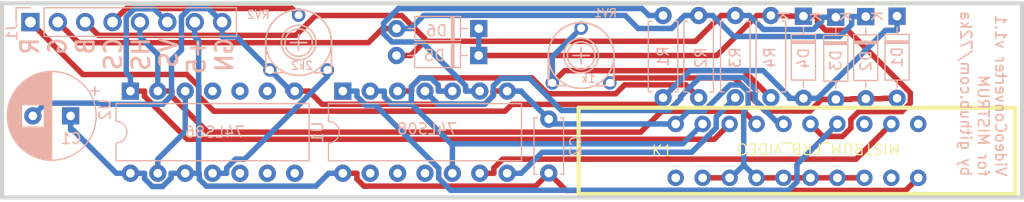
<source format=kicad_pcb>
(kicad_pcb (version 20211014) (generator pcbnew)
  (title_block (title "Mistrum Home Computer Modulator") (date "11 mar 2012") (rev "1.0") (company "Cassonic s.r.o."))
  (layers (0 "F.Cu" signal "Front") (31 "B.Cu" signal "Back") (34 "B.Paste" user) (35 "F.Paste" user) (36 "B.SilkS" user "B.Silkscreen") (37 "F.SilkS" user "F.Silkscreen") (38 "B.Mask" user) (39 "F.Mask" user) (44 "Edge.Cuts" user))
  (net 0 "")
  (net 1 "+12V")
  (net 2 "+5V")
  (net 3 "GND")
  (net 7 "Net-(D1-Pad2)")
  (net 8 "Net-(R1-Pad2)")
  (net 9 "Net-(R2-Pad1)")
  (net 10 "Net-(R3-Pad1)")
  (net 11 "Net-(R4-Pad1)")
  (net 12 "Net-(RV2-Pad1)")
  (net 13 "Net-(U2-Pad13)")
  (net 14 "R")
  (net 15 "G")
  (net 16 "B")
  (net 17 "CSYNC")
  (net 18 "HSYNC")
  (net 19 "VSYNC")
  (net 20 "Net-(K1-Pad4)")
  (net 21 "Net-(K1-Pad8)")
  (net 22 "Net-(K1-Pad12)")
  (net 23 "Net-(D4-Pad1)")
  (net 24 "Net-(K1-Pad18)")
  (footprint "Mistrum:TY5112011" (layer "F.Cu") (at 151.6188 85.6437)
    (fp_text reference "K1" (at -12.5 -4.5 unlocked) (layer "F.SilkS") (effects (font (thickness 0.12))))
    (fp_text value "MISTRUM_FRB_VIDEO" (at 2 -4.68974 180 unlocked) (layer "F.SilkS") (effects (font (thickness 0.12))))
    (pad "1" thru_hole circle (at 11.24966 -1.99898) (size 1.524 1.524) (drill 0.8128) (layers *.Cu *.Mask) (net 2 "+5V"))
    (pad "2" thru_hole circle (at 11.24966 -6.9977) (size 1.524 1.524) (drill 0.8128) (layers *.Cu *.Mask))
    (pad "3" thru_hole circle (at 8.7503 -1.99898) (size 1.524 1.524) (drill 0.8128) (layers *.Cu *.Mask))
    (pad "4" thru_hole circle (at 8.7503 -6.9977) (size 1.524 1.524) (drill 0.8128) (layers *.Cu *.Mask) (net 20 "Net-(K1-Pad4)"))
    (pad "5" thru_hole circle (at 6.25094 -1.99898) (size 1.524 1.524) (drill 0.8128) (layers *.Cu *.Mask) (net 3 "GND"))
    (pad "6" thru_hole circle (at 6.25094 -6.9977) (size 1.524 1.524) (drill 0.8128) (layers *.Cu *.Mask))
    (pad "7" thru_hole circle (at 3.74904 -1.99898) (size 1.524 1.524) (drill 0.8128) (layers *.Cu *.Mask) (net 3 "GND"))
    (pad "8" thru_hole circle (at 3.74904 -6.9977) (size 1.524 1.524) (drill 0.8128) (layers *.Cu *.Mask) (net 21 "Net-(K1-Pad8)"))
    (pad "9" thru_hole circle (at 1.24968 -1.99898) (size 1.524 1.524) (drill 0.8128) (layers *.Cu *.Mask) (net 3 "GND"))
    (pad "10" thru_hole circle (at 1.24968 -6.9977) (size 1.524 1.524) (drill 0.8128) (layers *.Cu *.Mask) (net 23 "Net-(D4-Pad1)"))
    (pad "11" thru_hole circle (at -1.24968 -1.99898) (size 1.524 1.524) (drill 0.8128) (layers *.Cu *.Mask) (net 3 "GND"))
    (pad "12" thru_hole circle (at -1.24968 -6.9977) (size 1.524 1.524) (drill 0.8128) (layers *.Cu *.Mask) (net 22 "Net-(K1-Pad12)"))
    (pad "13" thru_hole circle (at -3.74904 -1.99898) (size 1.524 1.524) (drill 0.8128) (layers *.Cu *.Mask) (net 3 "GND"))
    (pad "14" thru_hole circle (at -3.74904 -6.9977) (size 1.524 1.524) (drill 0.8128) (layers *.Cu *.Mask) (net 18 "HSYNC"))
    (pad "15" thru_hole circle (at -6.2484 -1.99898) (size 1.524 1.524) (drill 0.8128) (layers *.Cu *.Mask) (net 3 "GND"))
    (pad "16" thru_hole circle (at -6.2484 -6.9977) (size 1.524 1.524) (drill 0.8128) (layers *.Cu *.Mask) (net 19 "VSYNC"))
    (pad "17" thru_hole circle (at -8.7503 -1.99898) (size 1.524 1.524) (drill 0.8128) (layers *.Cu *.Mask) (net 3 "GND"))
    (pad "18" thru_hole circle (at -8.7503 -6.9977) (size 1.524 1.524) (drill 0.8128) (layers *.Cu *.Mask) (net 24 "Net-(K1-Pad18)"))
    (pad "19" thru_hole circle (at -11.24966 -1.99898) (size 1.524 1.524) (drill 0.8128) (layers *.Cu *.Mask) (net 1 "+12V"))
    (pad "20" thru_hole circle (at -11.24966 -6.9977) (size 1.524 1.524) (drill 0.8128) (layers *.Cu *.Mask) (net 3 "GND"))
  )
  (footprint "Diode_THT:D_DO-35_SOD27_P7.62mm_Horizontal" (layer "B.Cu") (at 160.8988 68.6489 -90)
    (fp_text reference "D1" (at 3.81 0 90) (layer "B.SilkS") (effects (justify mirror)))
    (fp_text value "KA206")
    (fp_text user "K" (at 0 1.8 90) (layer "B.SilkS") (effects (justify mirror)))
    (pad "1" thru_hole rect (at 0 0 270) (size 1.6 1.6) (drill 0.8) (layers *.Cu *.Mask) (net 14 "R"))
    (pad "2" thru_hole oval (at 7.62 0 270) (size 1.6 1.6) (drill 0.8) (layers *.Cu *.Mask) (net 7 "Net-(D1-Pad2)"))
  )
  (footprint "Resistor_THT:R_Axial_DIN0207_L6.3mm_D2.5mm_P7.62mm_Horizontal" (layer "B.Cu") (at 149.1988 76.2089 90)
    (fp_text reference "R4" (at 3.71 -0.1 90) (layer "B.SilkS") (effects (justify mirror)))
    (fp_text value "470")
    (pad "1" thru_hole circle (at 0 0 90) (size 1.6 1.6) (drill 0.8) (layers *.Cu *.Mask) (net 11 "Net-(R4-Pad1)"))
    (pad "2" thru_hole oval (at 7.62 0 90) (size 1.6 1.6) (drill 0.8) (layers *.Cu *.Mask) (net 23 "Net-(D4-Pad1)"))
  )
  (footprint "Resistor_THT:R_Axial_DIN0207_L6.3mm_D2.5mm_P7.62mm_Horizontal" (layer "B.Cu") (at 139.1988 76.2089 90)
    (fp_text reference "R1" (at 3.81 0 90) (layer "B.SilkS") (effects (justify mirror)))
    (fp_text value "1k")
    (pad "1" thru_hole circle (at 0 0 90) (size 1.6 1.6) (drill 0.8) (layers *.Cu *.Mask) (net 14 "R"))
    (pad "2" thru_hole oval (at 7.62 0 90) (size 1.6 1.6) (drill 0.8) (layers *.Cu *.Mask) (net 8 "Net-(R1-Pad2)"))
  )
  (footprint "Diode_THT:D_DO-35_SOD27_P7.62mm_Horizontal" (layer "B.Cu") (at 152.2188 68.6489 -90)
    (fp_text reference "D4" (at 3.91 0 90) (layer "B.SilkS") (effects (justify mirror)))
    (fp_text value "KA206")
    (fp_text user "K" (at 0 1.8 90) (layer "B.SilkS") (effects (justify mirror)))
    (pad "1" thru_hole rect (at 0 0 270) (size 1.6 1.6) (drill 0.8) (layers *.Cu *.Mask) (net 23 "Net-(D4-Pad1)"))
    (pad "2" thru_hole oval (at 7.62 0 270) (size 1.6 1.6) (drill 0.8) (layers *.Cu *.Mask) (net 14 "R"))
  )
  (footprint "4ms_Potentiometer:Pot_Trim_Round_6mm" (layer "B.Cu") (at 131.5988 72.2989 180)
    (fp_text reference "RV1" (at -3.4 3.5) (layer "B.SilkS") (effects (font (size 0.75 0.75) (thickness 0.125)) (justify left bottom mirror)))
    (fp_text value "1k" (at -1.42 -2.58) (layer "B.SilkS") (effects (font (size 0.75 0.75) (thickness 0.125)) (justify left bottom mirror)))
    (pad "1" thru_hole circle locked (at -2.667 -2.54 180) (size 1.25 1.25) (drill 0.75) (layers *.Cu *.Mask) (net 7 "Net-(D1-Pad2)"))
    (pad "2" thru_hole circle locked (at 0 2.54 180) (size 1.25 1.25) (drill 0.75) (layers *.Cu *.Mask) (net 11 "Net-(R4-Pad1)"))
    (pad "3" thru_hole circle locked (at 2.667 -2.54 180) (size 1.25 1.25) (drill 0.75) (layers *.Cu *.Mask) (net 11 "Net-(R4-Pad1)"))
  )
  (footprint "4ms_Potentiometer:Pot_Trim_Round_6mm" (layer "B.Cu") (at 105.3988 71.0989 180)
    (fp_text reference "RV2" (at 2.6 2.155261) (layer "B.SilkS") (effects (font (size 0.75 0.75) (thickness 0.125)) (justify left bottom mirror)))
    (fp_text value "2k2" (at -1.42 -2.58) (layer "B.SilkS") (effects (font (size 0.75 0.75) (thickness 0.125)) (justify left bottom mirror)))
    (pad "1" thru_hole circle locked (at -2.667 -2.54 180) (size 1.25 1.25) (drill 0.75) (layers *.Cu *.Mask) (net 12 "Net-(RV2-Pad1)"))
    (pad "2" thru_hole circle locked (at 0 2.54 180) (size 1.25 1.25) (drill 0.75) (layers *.Cu *.Mask) (net 17 "CSYNC"))
    (pad "3" thru_hole circle locked (at 2.667 -2.54 180) (size 1.25 1.25) (drill 0.75) (layers *.Cu *.Mask) (net 3 "GND"))
  )
  (footprint "Resistor_THT:R_Axial_DIN0207_L6.3mm_D2.5mm_P7.62mm_Horizontal" (layer "B.Cu") (at 145.8988 76.2089 90)
    (fp_text reference "R3" (at 3.71 0 90) (layer "B.SilkS") (effects (justify mirror)))
    (fp_text value "1k")
    (pad "1" thru_hole circle (at 0 0 90) (size 1.6 1.6) (drill 0.8) (layers *.Cu *.Mask) (net 10 "Net-(R3-Pad1)"))
    (pad "2" thru_hole oval (at 7.62 0 90) (size 1.6 1.6) (drill 0.8) (layers *.Cu *.Mask) (net 16 "B"))
  )
  (footprint "Package_DIP:DIP-14_W7.62mm" (layer "B.Cu") (at 109.4988 75.5989 -90)
    (fp_text reference "U1" (at 3.81 2.33 90) (layer "B.SilkS") (effects (justify mirror)))
    (fp_text value "74LS08" (at 3.5 -7.825 180) (layer "B.SilkS") (effects (justify mirror)))
    (pad "1" thru_hole rect (at 0 0 270) (size 1.6 1.6) (drill 0.8) (layers *.Cu *.Mask) (net 21 "Net-(K1-Pad8)"))
    (pad "2" thru_hole oval (at 0 -2.54 270) (size 1.6 1.6) (drill 0.8) (layers *.Cu *.Mask) (net 24 "Net-(K1-Pad18)"))
    (pad "3" thru_hole oval (at 0 -5.08 270) (size 1.6 1.6) (drill 0.8) (layers *.Cu *.Mask) (net 9 "Net-(R2-Pad1)"))
    (pad "4" thru_hole oval (at 0 -7.62 270) (size 1.6 1.6) (drill 0.8) (layers *.Cu *.Mask) (net 22 "Net-(K1-Pad12)"))
    (pad "5" thru_hole oval (at 0 -10.16 270) (size 1.6 1.6) (drill 0.8) (layers *.Cu *.Mask) (net 24 "Net-(K1-Pad18)"))
    (pad "6" thru_hole oval (at 0 -12.7 270) (size 1.6 1.6) (drill 0.8) (layers *.Cu *.Mask) (net 8 "Net-(R1-Pad2)"))
    (pad "7" thru_hole oval (at 0 -15.24 270) (size 1.6 1.6) (drill 0.8) (layers *.Cu *.Mask) (net 3 "GND"))
    (pad "8" thru_hole oval (at 7.62 -15.24 270) (size 1.6 1.6) (drill 0.8) (layers *.Cu *.Mask) (net 10 "Net-(R3-Pad1)"))
    (pad "9" thru_hole oval (at 7.62 -12.7 270) (size 1.6 1.6) (drill 0.8) (layers *.Cu *.Mask) (net 20 "Net-(K1-Pad4)"))
    (pad "10" thru_hole oval (at 7.62 -10.16 270) (size 1.6 1.6) (drill 0.8) (layers *.Cu *.Mask) (net 24 "Net-(K1-Pad18)"))
    (pad "11" thru_hole oval (at 7.62 -7.62 270) (size 1.6 1.6) (drill 0.8) (layers *.Cu *.Mask))
    (pad "12" thru_hole oval (at 7.62 -5.08 270) (size 1.6 1.6) (drill 0.8) (layers *.Cu *.Mask))
    (pad "13" thru_hole oval (at 7.62 -2.54 270) (size 1.6 1.6) (drill 0.8) (layers *.Cu *.Mask))
    (pad "14" thru_hole oval (at 7.62 0 270) (size 1.6 1.6) (drill 0.8) (layers *.Cu *.Mask) (net 2 "+5V"))
  )
  (footprint "Capacitor_THT:C_Disc_D5.0mm_W2.5mm_P5.00mm" (layer "B.Cu") (at 128.5988 83.1989 90)
    (fp_text reference "C2" (at 2.5 2.5 90) (layer "B.SilkS") (effects (justify mirror)))
    (fp_text value "100n")
    (pad "1" thru_hole circle (at 0 0 90) (size 1.6 1.6) (drill 0.8) (layers *.Cu *.Mask) (net 2 "+5V"))
    (pad "2" thru_hole circle (at 5 0 90) (size 1.6 1.6) (drill 0.8) (layers *.Cu *.Mask) (net 3 "GND"))
  )
  (footprint "Diode_THT:D_DO-35_SOD27_P7.62mm_Horizontal" (layer "B.Cu") (at 157.9988 68.6889 -90)
    (fp_text reference "D2" (at 4.11 0 90) (layer "B.SilkS") (effects (justify mirror)))
    (fp_text value "KA206")
    (fp_text user "K" (at 0 1.8 90) (layer "B.SilkS") (effects (justify mirror)))
    (pad "1" thru_hole rect (at 0 0 270) (size 1.6 1.6) (drill 0.8) (layers *.Cu *.Mask) (net 15 "G"))
    (pad "2" thru_hole oval (at 7.62 0 270) (size 1.6 1.6) (drill 0.8) (layers *.Cu *.Mask) (net 7 "Net-(D1-Pad2)"))
  )
  (footprint "Capacitor_THT:CP_Radial_D8.0mm_P3.50mm" (layer "B.Cu") (at 84.2514 77.8989 180)
    (fp_text reference "C1" (at -0.047349 -2.1) (layer "B.SilkS") (effects (justify mirror)))
    (fp_text value "50uF")
    (pad "1" thru_hole rect (at 0 0 180) (size 1.6 1.6) (drill 0.8) (layers *.Cu *.Mask) (net 2 "+5V"))
    (pad "2" thru_hole circle (at 3.5 0 180) (size 1.6 1.6) (drill 0.8) (layers *.Cu *.Mask) (net 3 "GND"))
  )
  (footprint "Diode_THT:D_DO-35_SOD27_P7.62mm_Horizontal" (layer "B.Cu") (at 122.0988 72.2989 180)
    (fp_text reference "D6" (at 3.9 2.3) (layer "B.SilkS") (effects (justify mirror)))
    (fp_text value "KA206")
    (pad "1" thru_hole rect (at 0 0 180) (size 1.6 1.6) (drill 0.8) (layers *.Cu *.Mask) (net 23 "Net-(D4-Pad1)"))
    (pad "2" thru_hole oval (at 7.62 0 180) (size 1.6 1.6) (drill 0.8) (layers *.Cu *.Mask) (net 16 "B"))
  )
  (footprint "Resistor_THT:R_Axial_DIN0207_L6.3mm_D2.5mm_P7.62mm_Horizontal" (layer "B.Cu") (at 142.4988 76.2089 90)
    (fp_text reference "R2" (at 3.71 0.2 90) (layer "B.SilkS") (effects (justify mirror)))
    (fp_text value "1k")
    (pad "1" thru_hole circle (at 0 0 90) (size 1.6 1.6) (drill 0.8) (layers *.Cu *.Mask) (net 9 "Net-(R2-Pad1)"))
    (pad "2" thru_hole oval (at 7.62 0 90) (size 1.6 1.6) (drill 0.8) (layers *.Cu *.Mask) (net 15 "G"))
  )
  (footprint "Diode_THT:D_DO-35_SOD27_P7.62mm_Horizontal" (layer "B.Cu") (at 122.1088 69.7989 180)
    (fp_text reference "D5" (at 4.11 -2.5) (layer "B.SilkS") (effects (justify mirror)))
    (fp_text value "KA206")
    (pad "1" thru_hole rect (at 0 0 180) (size 1.6 1.6) (drill 0.8) (layers *.Cu *.Mask) (net 23 "Net-(D4-Pad1)"))
    (pad "2" thru_hole oval (at 7.62 0 180) (size 1.6 1.6) (drill 0.8) (layers *.Cu *.Mask) (net 15 "G"))
  )
  (footprint "Connector_PinHeader_2.54mm:PinHeader_1x08_P2.54mm_Vertical" (layer "B.Cu") (at 80.5238 69.1989 -90)
    (fp_text reference "J1" (at 0.9 1.725 90) (layer "B.SilkS") (effects (justify mirror)))
    (fp_text value "Konektor")
    (pad "1" thru_hole rect (at 0 0 270) (size 1.7 1.7) (drill 1) (layers *.Cu *.Mask) (net 14 "R"))
    (pad "2" thru_hole oval (at 0 -2.54 270) (size 1.7 1.7) (drill 1) (layers *.Cu *.Mask) (net 15 "G"))
    (pad "3" thru_hole oval (at 0 -5.08 270) (size 1.7 1.7) (drill 1) (layers *.Cu *.Mask) (net 16 "B"))
    (pad "4" thru_hole oval (at 0 -7.62 270) (size 1.7 1.7) (drill 1) (layers *.Cu *.Mask) (net 17 "CSYNC"))
    (pad "5" thru_hole oval (at 0 -10.16 270) (size 1.7 1.7) (drill 1) (layers *.Cu *.Mask) (net 18 "HSYNC"))
    (pad "6" thru_hole oval (at 0 -12.7 270) (size 1.7 1.7) (drill 1) (layers *.Cu *.Mask) (net 19 "VSYNC"))
    (pad "7" thru_hole oval (at 0 -15.24 270) (size 1.7 1.7) (drill 1) (layers *.Cu *.Mask) (net 2 "+5V"))
    (pad "8" thru_hole oval (at 0 -17.78 270) (size 1.7 1.7) (drill 1) (layers *.Cu *.Mask) (net 3 "GND"))
  )
  (footprint "Diode_THT:D_DO-35_SOD27_P7.62mm_Horizontal" (layer "B.Cu") (at 155.2188 68.7489 -90)
    (fp_text reference "D3" (at 4.01 0 90) (layer "B.SilkS") (effects (justify mirror)))
    (fp_text value "KA206")
    (fp_text user "K" (at 0 1.8 90) (layer "B.SilkS") (effects (justify mirror)))
    (pad "1" thru_hole rect (at 0 0 270) (size 1.6 1.6) (drill 0.8) (layers *.Cu *.Mask) (net 16 "B"))
    (pad "2" thru_hole oval (at 7.62 0 270) (size 1.6 1.6) (drill 0.8) (layers *.Cu *.Mask) (net 7 "Net-(D1-Pad2)"))
  )
  (footprint "Package_DIP:DIP-14_W7.62mm" (layer "B.Cu") (at 89.7988 75.5989 -90)
    (fp_text reference "U2" (at 1.7 2.375 90) (layer "B.SilkS") (effects (justify mirror)))
    (fp_text value "74LS86" (at 3.8 -7.825 180) (layer "B.SilkS") (effects (justify mirror)))
    (pad "1" thru_hole rect (at 0 0 270) (size 1.6 1.6) (drill 0.8) (layers *.Cu *.Mask) (net 19 "VSYNC"))
    (pad "2" thru_hole oval (at 0 -2.54 270) (size 1.6 1.6) (drill 0.8) (layers *.Cu *.Mask) (net 18 "HSYNC"))
    (pad "3" thru_hole oval (at 0 -5.08 270) (size 1.6 1.6) (drill 0.8) (layers *.Cu *.Mask) (net 13 "Net-(U2-Pad13)"))
    (pad "4" thru_hole oval (at 0 -7.62 270) (size 1.6 1.6) (drill 0.8) (layers *.Cu *.Mask))
    (pad "5" thru_hole oval (at 0 -10.16 270) (size 1.6 1.6) (drill 0.8) (layers *.Cu *.Mask))
    (pad "6" thru_hole oval (at 0 -12.7 270) (size 1.6 1.6) (drill 0.8) (layers *.Cu *.Mask))
    (pad "7" thru_hole oval (at 0 -15.24 270) (size 1.6 1.6) (drill 0.8) (layers *.Cu *.Mask) (net 3 "GND"))
    (pad "8" thru_hole oval (at 7.62 -15.24 270) (size 1.6 1.6) (drill 0.8) (layers *.Cu *.Mask))
    (pad "9" thru_hole oval (at 7.62 -12.7 270) (size 1.6 1.6) (drill 0.8) (layers *.Cu *.Mask))
    (pad "10" thru_hole oval (at 7.62 -10.16 270) (size 1.6 1.6) (drill 0.8) (layers *.Cu *.Mask))
    (pad "11" thru_hole oval (at 7.62 -7.62 270) (size 1.6 1.6) (drill 0.8) (layers *.Cu *.Mask) (net 12 "Net-(RV2-Pad1)"))
    (pad "12" thru_hole oval (at 7.62 -5.08 270) (size 1.6 1.6) (drill 0.8) (layers *.Cu *.Mask) (net 2 "+5V"))
    (pad "13" thru_hole oval (at 7.62 -2.54 270) (size 1.6 1.6) (drill 0.8) (layers *.Cu *.Mask) (net 13 "Net-(U2-Pad13)"))
    (pad "14" thru_hole oval (at 7.62 0 270) (size 1.6 1.6) (drill 0.8) (layers *.Cu *.Mask) (net 2 "+5V"))
  )
  (gr_rect (start 77.89376 67.45894) (end 172.49376 85.45894) (layer "Edge.Cuts") (width 0.381) (fill none))
  (gr_text "R\nG\nB\nCS\nHS\nVS\n+5\nGN" (at 89.49876 70.49894 90) (layer "B.SilkS") (effects (font (size 1.6 1.524) (thickness 0.258)) (justify left mirror)))
  (gr_text "VideoConverter v1.1\nfor MISTRUM\nby github.com/72ka" (at 168.89876 83.59894 -90) (layer "B.SilkS") (effects (font (size 1 1)) (justify left mirror)))
  (segment (start 161.7016 84.8116) (end 162.8685 83.6447) (width 0.508) (layer "F.Cu") (net 2))
  (segment (start 128.5988 83.1989) (end 130.2115 84.8116) (width 0.508) (layer "F.Cu") (net 2))
  (segment (start 110.8068 83.7611) (end 111.4606 84.4149) (width 0.508) (layer "F.Cu") (net 2))
  (segment (start 111.4606 84.4149) (end 127.3828 84.4149) (width 0.508) (layer "F.Cu") (net 2))
  (segment (start 130.2115 84.8116) (end 161.7016 84.8116) (width 0.508) (layer "F.Cu") (net 2))
  (segment (start 109.4988 83.2189) (end 110.8068 83.2189) (width 0.508) (layer "F.Cu") (net 2))
  (segment (start 110.8068 83.2189) (end 110.8068 83.7611) (width 0.508) (layer "F.Cu") (net 2))
  (segment (start 127.3828 84.4149) (end 128.5988 83.1989) (width 0.508) (layer "F.Cu") (net 2))
  (segment (start 96.1235 83.2189) (end 96.1868 83.2189) (width 0.508) (layer "B.Cu") (net 2))
  (segment (start 94.8788 83.2189) (end 93.5708 83.2189) (width 0.508) (layer "B.Cu") (net 2))
  (segment (start 91.1068 83.7232) (end 91.8326 84.449) (width 0.508) (layer "B.Cu") (net 2))
  (segment (start 92.7847 84.449) (end 93.5708 83.6629) (width 0.508) (layer "B.Cu") (net 2))
  (segment (start 84.2514 77.8989) (end 84.2514 79.2069) (width 0.508) (layer "B.Cu") (net 2))
  (segment (start 94.8788 83.2189) (end 95.9646 83.2189) (width 0.508) (layer "B.Cu") (net 2))
  (segment (start 89.1448 83.2189) (end 88.4908 83.2189) (width 0.508) (layer "B.Cu") (net 2))
  (segment (start 95.9646 83.2189) (end 96.0602 83.2189) (width 0.508) (layer "B.Cu") (net 2))
  (segment (start 109.4988 83.2189) (end 108.1908 83.2189) (width 0.508) (layer "B.Cu") (net 2))
  (segment (start 96.1868 83.7611) (end 96.8405 84.4148) (width 0.508) (layer "B.Cu") (net 2))
  (segment (start 84.4788 79.2069) (end 84.2514 79.2069) (width 0.508) (layer "B.Cu") (net 2))
  (segment (start 89.7988 83.2189) (end 91.1068 83.2189) (width 0.508) (layer "B.Cu") (net 2))
  (segment (start 96.1235 83.2189) (end 96.1235 70.9166) (width 0.508) (layer "B.Cu") (net 2))
  (segment (start 96.0602 83.2189) (end 96.1235 83.2189) (width 0.508) (layer "B.Cu") (net 2))
  (segment (start 91.1068 83.2189) (end 91.1068 83.7232) (width 0.508) (layer "B.Cu") (net 2))
  (segment (start 96.1235 70.9166) (end 95.7638 70.5569) (width 0.508) (layer "B.Cu") (net 2))
  (segment (start 106.9949 84.4148) (end 108.1908 83.2189) (width 0.508) (layer "B.Cu") (net 2))
  (segment (start 88.4908 83.2189) (end 84.4788 79.2069) (width 0.508) (layer "B.Cu") (net 2))
  (segment (start 93.5708 83.6629) (end 93.5708 83.2189) (width 0.508) (layer "B.Cu") (net 2))
  (segment (start 89.1448 83.2189) (end 89.7988 83.2189) (width 0.508) (layer "B.Cu") (net 2))
  (segment (start 95.7638 69.1989) (end 95.7638 70.5569) (width 0.508) (layer "B.Cu") (net 2))
  (segment (start 96.1868 83.2189) (end 96.1868 83.7611) (width 0.508) (layer "B.Cu") (net 2))
  (segment (start 91.8326 84.449) (end 92.7847 84.449) (width 0.508) (layer "B.Cu") (net 2))
  (segment (start 96.8405 84.4148) (end 106.9949 84.4148) (width 0.508) (layer "B.Cu") (net 2))
  (segment (start 155.3678 83.6447) (end 157.8697 83.6447) (width 0.508) (layer "F.Cu") (net 3))
  (segment (start 122.6499 76.8269) (end 123.4308 76.046) (width 0.508) (layer "F.Cu") (net 3))
  (segment (start 123.4308 76.046) (end 123.4308 75.5989) (width 0.508) (layer "F.Cu") (net 3))
  (segment (start 152.8685 83.6447) (end 155.3678 83.6447) (width 0.508) (layer "F.Cu") (net 3))
  (segment (start 105.0388 75.5989) (end 106.3468 75.5989) (width 0.508) (layer "F.Cu") (net 3))
  (segment (start 124.7388 75.5989) (end 123.4308 75.5989) (width 0.508) (layer "F.Cu") (net 3))
  (segment (start 142.8685 83.6447) (end 145.3704 83.6447) (width 0.508) (layer "F.Cu") (net 3))
  (segment (start 147.8698 83.6447) (end 150.3691 83.6447) (width 0.508) (layer "F.Cu") (net 3))
  (segment (start 107.5748 76.8269) (end 122.6499 76.8269) (width 0.508) (layer "F.Cu") (net 3))
  (segment (start 106.3468 75.5989) (end 107.5748 76.8269) (width 0.508) (layer "F.Cu") (net 3))
  (segment (start 150.3691 83.6447) (end 152.8685 83.6447) (width 0.508) (layer "F.Cu") (net 3))
  (segment (start 102.7318 73.6389) (end 99.6498 70.5569) (width 0.508) (layer "B.Cu") (net 3))
  (segment (start 128.5988 78.1989) (end 129.0459 78.646) (width 0.508) (layer "B.Cu") (net 3))
  (segment (start 147.086 77.0307) (end 146.6783 77.4384) (width 0.508) (layer "B.Cu") (net 3))
  (segment (start 98.3038 69.1989) (end 98.3038 70.5569) (width 0.508) (layer "B.Cu") (net 3))
  (segment (start 147.086 75.6757) (end 147.086 77.0307) (width 0.508) (layer "B.Cu") (net 3))
  (segment (start 140.3691 78.646) (end 141.5686 77.4465) (width 0.508) (layer "B.Cu") (net 3))
  (segment (start 145.3704 83.6447) (end 145.4868 83.6447) (width 0.508) (layer "B.Cu") (net 3))
  (segment (start 98.3038 69.1989) (end 97.0458 67.9409) (width 0.508) (layer "B.Cu") (net 3))
  (segment (start 126.0468 75.5989) (end 126.0468 75.6469) (width 0.508) (layer "B.Cu") (net 3))
  (segment (start 142.9905 77.4465) (end 145.4107 75.0263) (width 0.508) (layer "B.Cu") (net 3))
  (segment (start 94.5324 68.6827) (end 94.5324 71.7902) (width 0.508) (layer "B.Cu") (net 3))
  (segment (start 81.9328 76.7175) (end 80.7514 77.8989) (width 0.508) (layer "B.Cu") (net 3))
  (segment (start 92.8062 76.8205) (end 87.1997 76.8205) (width 0.508) (layer "B.Cu") (net 3))
  (segment (start 105.0388 75.5989) (end 104.3848 75.5989) (width 0.508) (layer "B.Cu") (net 3))
  (segment (start 94.5324 71.7902) (end 93.6088 72.7138) (width 0.508) (layer "B.Cu") (net 3))
  (segment (start 146.6783 77.4384) (end 146.6783 82.4532) (width 0.508) (layer "B.Cu") (net 3))
  (segment (start 97.0458 67.9409) (end 95.2742 67.9409) (width 0.508) (layer "B.Cu") (net 3))
  (segment (start 145.4868 83.6447) (end 146.6783 82.4532) (width 0.508) (layer "B.Cu") (net 3))
  (segment (start 146.4366 75.0263) (end 147.086 75.6757) (width 0.508) (layer "B.Cu") (net 3))
  (segment (start 141.5686 77.4465) (end 142.9905 77.4465) (width 0.508) (layer "B.Cu") (net 3))
  (segment (start 104.3848 75.2919) (end 102.7318 73.6389) (width 0.508) (layer "B.Cu") (net 3))
  (segment (start 95.2742 67.9409) (end 94.5324 68.6827) (width 0.508) (layer "B.Cu") (net 3))
  (segment (start 129.0459 78.646) (end 140.3691 78.646) (width 0.508) (layer "B.Cu") (net 3))
  (segment (start 104.3848 75.5989) (end 104.3848 75.2919) (width 0.508) (layer "B.Cu") (net 3))
  (segment (start 124.7388 75.5989) (end 126.0468 75.5989) (width 0.508) (layer "B.Cu") (net 3))
  (segment (start 87.1997 76.8205) (end 87.0967 76.7175) (width 0.508) (layer "B.Cu") (net 3))
  (segment (start 146.6783 82.4532) (end 147.8698 83.6447) (width 0.508) (layer "B.Cu") (net 3))
  (segment (start 126.0468 75.6469) (end 128.5988 78.1989) (width 0.508) (layer "B.Cu") (net 3))
  (segment (start 93.6088 76.0179) (end 92.8062 76.8205) (width 0.508) (layer "B.Cu") (net 3))
  (segment (start 99.6498 70.5569) (end 98.3038 70.5569) (width 0.508) (layer "B.Cu") (net 3))
  (segment (start 145.4107 75.0263) (end 146.4366 75.0263) (width 0.508) (layer "B.Cu") (net 3))
  (segment (start 87.0967 76.7175) (end 81.9328 76.7175) (width 0.508) (layer "B.Cu") (net 3))
  (segment (start 93.6088 72.7138) (end 93.6088 76.0179) (width 0.508) (layer "B.Cu") (net 3))
  (segment (start 145.8101 74.3822) (end 134.7225 74.3822) (width 0.508) (layer "F.Cu") (net 7))
  (segment (start 134.7225 74.3822) (end 134.2658 74.8389) (width 0.508) (layer "F.Cu") (net 7))
  (segment (start 157.9988 76.3089) (end 156.6908 76.3089) (width 0.508) (layer "F.Cu") (net 7))
  (segment (start 147.5489 76.3263) (end 147.5489 76.121) (width 0.508) (layer "F.Cu") (net 7))
  (segment (start 153.9108 76.3689) (end 152.8293 77.4504) (width 0.508) (layer "F.Cu") (net 7))
  (segment (start 157.9988 76.3089) (end 159.5508 76.3089) (width 0.508) (layer "F.Cu") (net 7))
  (segment (start 156.6908 76.3089) (end 156.6308 76.3689) (width 0.508) (layer "F.Cu") (net 7))
  (segment (start 155.2188 76.3689) (end 153.9108 76.3689) (width 0.508) (layer "F.Cu") (net 7))
  (segment (start 148.673 77.4504) (end 147.5489 76.3263) (width 0.508) (layer "F.Cu") (net 7))
  (segment (start 156.6308 76.3689) (end 155.2188 76.3689) (width 0.508) (layer "F.Cu") (net 7))
  (segment (start 160.8988 76.2689) (end 159.5908 76.2689) (width 0.508) (layer "F.Cu") (net 7))
  (segment (start 147.5489 76.121) (end 145.8101 74.3822) (width 0.508) (layer "F.Cu") (net 7))
  (segment (start 159.5508 76.3089) (end 159.5908 76.2689) (width 0.508) (layer "F.Cu") (net 7))
  (segment (start 152.8293 77.4504) (end 148.673 77.4504) (width 0.508) (layer "F.Cu") (net 7))
  (segment (start 120.8908 75.5989) (end 120.8908 75.1084) (width 0.508) (layer "B.Cu") (net 8))
  (segment (start 139.1988 68.5889) (end 137.8908 68.5889) (width 0.508) (layer "B.Cu") (net 8))
  (segment (start 120.8908 75.1084) (end 116.8263 71.0439) (width 0.508) (layer "B.Cu") (net 8))
  (segment (start 113.2815 70.2768) (end 113.2815 69.3034) (width 0.508) (layer "B.Cu") (net 8))
  (segment (start 122.1988 75.5989) (end 120.8908 75.5989) (width 0.508) (layer "B.Cu") (net 8))
  (segment (start 137.2445 67.9426) (end 137.8908 68.5889) (width 0.508) (layer "B.Cu") (net 8))
  (segment (start 114.6423 67.9426) (end 137.2445 67.9426) (width 0.508) (layer "B.Cu") (net 8))
  (segment (start 113.2815 69.3034) (end 114.6423 67.9426) (width 0.508) (layer "B.Cu") (net 8))
  (segment (start 116.8263 71.0439) (end 114.0486 71.0439) (width 0.508) (layer "B.Cu") (net 8))
  (segment (start 114.0486 71.0439) (end 113.2815 70.2768) (width 0.508) (layer "B.Cu") (net 8))
  (segment (start 114.5788 75.5989) (end 115.8868 75.5989) (width 0.508) (layer "F.Cu") (net 9))
  (segment (start 127.0321 74.3733) (end 116.6617 74.3733) (width 0.508) (layer "F.Cu") (net 9))
  (segment (start 115.8868 75.1482) (end 115.8868 75.5989) (width 0.508) (layer "F.Cu") (net 9))
  (segment (start 135.6341 75.019) (end 134.8045 75.8486) (width 0.508) (layer "F.Cu") (net 9))
  (segment (start 141.3089 75.019) (end 135.6341 75.019) (width 0.508) (layer "F.Cu") (net 9))
  (segment (start 128.5074 75.8486) (end 127.0321 74.3733) (width 0.508) (layer "F.Cu") (net 9))
  (segment (start 134.8045 75.8486) (end 128.5074 75.8486) (width 0.508) (layer "F.Cu") (net 9))
  (segment (start 142.4988 76.2089) (end 141.3089 75.019) (width 0.508) (layer "F.Cu") (net 9))
  (segment (start 116.6617 74.3733) (end 115.8868 75.1482) (width 0.508) (layer "F.Cu") (net 9))
  (segment (start 144.126 79.0087) (end 141.8591 81.2756) (width 0.508) (layer "B.Cu") (net 10))
  (segment (start 145.8988 76.2089) (end 144.126 77.9817) (width 0.508) (layer "B.Cu") (net 10))
  (segment (start 144.126 77.9817) (end 144.126 79.0087) (width 0.508) (layer "B.Cu") (net 10))
  (segment (start 127.9901 81.2756) (end 126.0468 83.2189) (width 0.508) (layer "B.Cu") (net 10))
  (segment (start 124.7388 83.2189) (end 126.0468 83.2189) (width 0.508) (layer "B.Cu") (net 10))
  (segment (start 141.8591 81.2756) (end 127.9901 81.2756) (width 0.508) (layer "B.Cu") (net 10))
  (segment (start 146.6964 73.7065) (end 149.1988 76.2089) (width 0.508) (layer "F.Cu") (net 11))
  (segment (start 130.0642 73.7065) (end 146.6964 73.7065) (width 0.508) (layer "F.Cu") (net 11))
  (segment (start 128.9318 74.8389) (end 130.0642 73.7065) (width 0.508) (layer "F.Cu") (net 11))
  (segment (start 128.9318 74.8389) (end 128.9318 72.4259) (width 0.508) (layer "B.Cu") (net 11))
  (segment (start 128.9318 72.4259) (end 131.5988 69.7589) (width 0.508) (layer "B.Cu") (net 11))
  (segment (start 100.3975 81.9109) (end 108.0658 74.2426) (width 0.508) (layer "B.Cu") (net 12))
  (segment (start 98.7268 82.7283) (end 99.5442 81.9109) (width 0.508) (layer "B.Cu") (net 12))
  (segment (start 97.4188 83.2189) (end 98.7268 83.2189) (width 0.508) (layer "B.Cu") (net 12))
  (segment (start 108.0658 74.2426) (end 108.0658 73.6389) (width 0.508) (layer "B.Cu") (net 12))
  (segment (start 99.5442 81.9109) (end 100.3975 81.9109) (width 0.508) (layer "B.Cu") (net 12))
  (segment (start 98.7268 83.2189) (end 98.7268 82.7283) (width 0.508) (layer "B.Cu") (net 12))
  (segment (start 94.8788 79.3709) (end 94.8788 75.5989) (width 0.508) (layer "B.Cu") (net 13))
  (segment (start 92.3388 83.2189) (end 92.3388 81.9109) (width 0.508) (layer "B.Cu") (net 13))
  (segment (start 92.3388 81.9109) (end 94.8788 79.3709) (width 0.508) (layer "B.Cu") (net 13))
  (segment (start 95.0269 74.0598) (end 96.1488 75.1817) (width 0.508) (layer "F.Cu") (net 14))
  (segment (start 138.5743 76.8334) (end 139.1988 76.2089) (width 0.508) (layer "F.Cu") (net 14))
  (segment (start 80.5238 69.1989) (end 85.3847 74.0598) (width 0.508) (layer "F.Cu") (net 14))
  (segment (start 85.3847 74.0598) (end 95.0269 74.0598) (width 0.508) (layer "F.Cu") (net 14))
  (segment (start 96.1488 76.081) (end 97.5302 77.4624) (width 0.508) (layer "F.Cu") (net 14))
  (segment (start 96.1488 75.1817) (end 96.1488 76.081) (width 0.508) (layer "F.Cu") (net 14))
  (segment (start 124.546 77.4624) (end 125.175 76.8334) (width 0.508) (layer "F.Cu") (net 14))
  (segment (start 97.5302 77.4624) (end 124.546 77.4624) (width 0.508) (layer "F.Cu") (net 14))
  (segment (start 125.175 76.8334) (end 138.5743 76.8334) (width 0.508) (layer "F.Cu") (net 14))
  (segment (start 159.8388 69.9569) (end 160.8988 69.9569) (width 0.508) (layer "B.Cu") (net 14))
  (segment (start 152.2188 76.2689) (end 153.5268 76.2689) (width 0.508) (layer "B.Cu") (net 14))
  (segment (start 150.9108 76.1334) (end 150.9108 76.2689) (width 0.508) (layer "B.Cu") (net 14))
  (segment (start 141.711 73.6967) (end 148.4741 73.6967) (width 0.508) (layer "B.Cu") (net 14))
  (segment (start 152.2188 76.2689) (end 150.9108 76.2689) (width 0.508) (layer "B.Cu") (net 14))
  (segment (start 139.1988 76.2089) (end 141.711 73.6967) (width 0.508) (layer "B.Cu") (net 14))
  (segment (start 153.5268 76.2689) (end 159.8388 69.9569) (width 0.508) (layer "B.Cu") (net 14))
  (segment (start 160.8988 68.6489) (end 160.8988 69.9569) (width 0.508) (layer "B.Cu") (net 14))
  (segment (start 148.4741 73.6967) (end 150.9108 76.1334) (width 0.508) (layer "B.Cu") (net 14))
  (segment (start 111.8729 71.1068) (end 113.1808 69.7989) (width 0.508) (layer "F.Cu") (net 15))
  (segment (start 84.9717 71.1068) (end 111.8729 71.1068) (width 0.508) (layer "F.Cu") (net 15))
  (segment (start 114.4888 69.7989) (end 113.1808 69.7989) (width 0.508) (layer "F.Cu") (net 15))
  (segment (start 83.0638 69.1989) (end 84.9717 71.1068) (width 0.508) (layer "F.Cu") (net 15))
  (segment (start 155.5802 70.5352) (end 145.7531 70.5352) (width 0.508) (layer "B.Cu") (net 15))
  (segment (start 156.6908 68.6889) (end 156.6908 69.4246) (width 0.508) (layer "B.Cu") (net 15))
  (segment (start 156.6908 69.4246) (end 155.5802 70.5352) (width 0.508) (layer "B.Cu") (net 15))
  (segment (start 135.676 68.578) (end 136.8878 69.7898) (width 0.508) (layer "B.Cu") (net 15))
  (segment (start 115.7968 69.7989) (end 117.0177 68.578) (width 0.508) (layer "B.Cu") (net 15))
  (segment (start 114.4888 69.7989) (end 115.7968 69.7989) (width 0.508) (layer "B.Cu") (net 15))
  (segment (start 145.7531 70.5352) (end 143.8068 68.5889) (width 0.508) (layer "B.Cu") (net 15))
  (segment (start 142.4988 68.5889) (end 141.1908 68.5889) (width 0.508) (layer "B.Cu") (net 15))
  (segment (start 142.4988 68.5889) (end 143.8068 68.5889) (width 0.508) (layer "B.Cu") (net 15))
  (segment (start 117.0177 68.578) (end 135.676 68.578) (width 0.508) (layer "B.Cu") (net 15))
  (segment (start 139.9899 69.7898) (end 141.1908 68.5889) (width 0.508) (layer "B.Cu") (net 15))
  (segment (start 157.9988 68.6889) (end 156.6908 68.6889) (width 0.508) (layer "B.Cu") (net 15))
  (segment (start 136.8878 69.7898) (end 139.9899 69.7898) (width 0.508) (layer "B.Cu") (net 15))
  (segment (start 114.4788 72.2989) (end 115.7868 72.2989) (width 0.508) (layer "F.Cu") (net 16))
  (segment (start 145.8988 68.5889) (end 144.5908 68.5889) (width 0.508) (layer "F.Cu") (net 16))
  (segment (start 86.8352 70.4303) (end 105.1384 70.4303) (width 0.508) (layer "F.Cu") (net 16))
  (segment (start 142.1994 70.9803) (end 117.1054 70.9803) (width 0.508) (layer "F.Cu") (net 16))
  (segment (start 105.1384 70.4303) (end 106.9797 68.589) (width 0.508) (layer "F.Cu") (net 16))
  (segment (start 114.9593 68.589) (end 117.1054 70.7351) (width 0.508) (layer "F.Cu") (net 16))
  (segment (start 117.1054 70.9803) (end 115.7868 72.2989) (width 0.508) (layer "F.Cu") (net 16))
  (segment (start 144.5908 68.5889) (end 142.1994 70.9803) (width 0.508) (layer "F.Cu") (net 16))
  (segment (start 106.9797 68.589) (end 114.9593 68.589) (width 0.508) (layer "F.Cu") (net 16))
  (segment (start 117.1054 70.7351) (end 117.1054 70.9803) (width 0.508) (layer "F.Cu") (net 16))
  (segment (start 85.6038 69.1989) (end 86.8352 70.4303) (width 0.508) (layer "F.Cu") (net 16))
  (segment (start 148.5045 69.8866) (end 147.2068 68.5889) (width 0.508) (layer "B.Cu") (net 16))
  (segment (start 145.8988 68.5889) (end 147.2068 68.5889) (width 0.508) (layer "B.Cu") (net 16))
  (segment (start 153.9108 69.1046) (end 153.1288 69.8866) (width 0.508) (layer "B.Cu") (net 16))
  (segment (start 153.1288 69.8866) (end 148.5045 69.8866) (width 0.508) (layer "B.Cu") (net 16))
  (segment (start 155.2188 68.7489) (end 153.9108 68.7489) (width 0.508) (layer "B.Cu") (net 16))
  (segment (start 153.9108 68.7489) (end 153.9108 69.1046) (width 0.508) (layer "B.Cu") (net 16))
  (segment (start 89.4038 67.9389) (end 104.7788 67.9389) (width 0.508) (layer "F.Cu") (net 17))
  (segment (start 104.7788 67.9389) (end 105.3988 68.5589) (width 0.508) (layer "F.Cu") (net 17))
  (segment (start 88.1438 69.1989) (end 89.4038 67.9389) (width 0.508) (layer "F.Cu") (net 17))
  (segment (start 146.6926 77.4688) (end 147.8698 78.646) (width 0.508) (layer "F.Cu") (net 18))
  (segment (start 93.6468 76.0894) (end 96.9628 79.4054) (width 0.508) (layer "F.Cu") (net 18))
  (segment (start 92.3388 75.5989) (end 93.6468 75.5989) (width 0.508) (layer "F.Cu") (net 18))
  (segment (start 137.129 79.4054) (end 139.0656 77.4688) (width 0.508) (layer "F.Cu") (net 18))
  (segment (start 93.6468 75.5989) (end 93.6468 76.0894) (width 0.508) (layer "F.Cu") (net 18))
  (segment (start 139.0656 77.4688) (end 146.6926 77.4688) (width 0.508) (layer "F.Cu") (net 18))
  (segment (start 96.9628 79.4054) (end 137.129 79.4054) (width 0.508) (layer "F.Cu") (net 18))
  (segment (start 92.3388 75.5989) (end 92.3388 72.2119) (width 0.508) (layer "B.Cu") (net 18))
  (segment (start 92.3388 72.2119) (end 90.6838 70.5569) (width 0.508) (layer "B.Cu") (net 18))
  (segment (start 90.6838 69.1989) (end 90.6838 70.5569) (width 0.508) (layer "B.Cu") (net 18))
  (segment (start 143.9491 80.0673) (end 145.3704 78.646) (width 0.508) (layer "F.Cu") (net 19))
  (segment (start 91.1068 76.0894) (end 95.0847 80.0673) (width 0.508) (layer "F.Cu") (net 19))
  (segment (start 91.1068 75.5989) (end 91.1068 76.0894) (width 0.508) (layer "F.Cu") (net 19))
  (segment (start 95.0847 80.0673) (end 143.9491 80.0673) (width 0.508) (layer "F.Cu") (net 19))
  (segment (start 89.7988 75.5989) (end 91.1068 75.5989) (width 0.508) (layer "F.Cu") (net 19))
  (segment (start 89.4138 73.9059) (end 89.4138 68.7238) (width 0.508) (layer "B.Cu") (net 19))
  (segment (start 89.7988 74.2909) (end 89.4138 73.9059) (width 0.508) (layer "B.Cu") (net 19))
  (segment (start 89.4138 68.7238) (end 90.1701 67.9675) (width 0.508) (layer "B.Cu") (net 19))
  (segment (start 89.7988 75.5989) (end 89.7988 74.2909) (width 0.508) (layer "B.Cu") (net 19))
  (segment (start 90.1701 67.9675) (end 91.9924 67.9675) (width 0.508) (layer "B.Cu") (net 19))
  (segment (start 91.9924 67.9675) (end 93.2238 69.1989) (width 0.508) (layer "B.Cu") (net 19))
  (segment (start 157.1042 81.9109) (end 160.3691 78.646) (width 0.508) (layer "F.Cu") (net 20))
  (segment (start 122.1988 83.2189) (end 123.5068 83.2189) (width 0.508) (layer "F.Cu") (net 20))
  (segment (start 123.5068 83.2189) (end 123.5068 82.7283) (width 0.508) (layer "F.Cu") (net 20))
  (segment (start 124.3242 81.9109) (end 157.1042 81.9109) (width 0.508) (layer "F.Cu") (net 20))
  (segment (start 123.5068 82.7283) (end 124.3242 81.9109) (width 0.508) (layer "F.Cu") (net 20))
  (segment (start 119.5017 84.7975) (end 150.8382 84.7975) (width 0.508) (layer "B.Cu") (net 21))
  (segment (start 111.6242 76.9069) (end 112.5315 76.9069) (width 0.508) (layer "B.Cu") (net 21))
  (segment (start 112.5315 76.9069) (end 118.3888 82.7642) (width 0.508) (layer "B.Cu") (net 21))
  (segment (start 118.3888 83.6846) (end 119.5017 84.7975) (width 0.508) (layer "B.Cu") (net 21))
  (segment (start 151.6188 82.395) (end 155.3678 78.646) (width 0.508) (layer "B.Cu") (net 21))
  (segment (start 118.3888 82.7642) (end 118.3888 83.6846) (width 0.508) (layer "B.Cu") (net 21))
  (segment (start 110.8068 75.5989) (end 110.8068 76.0895) (width 0.508) (layer "B.Cu") (net 21))
  (segment (start 151.6188 84.0169) (end 151.6188 82.395) (width 0.508) (layer "B.Cu") (net 21))
  (segment (start 110.8068 76.0895) (end 111.6242 76.9069) (width 0.508) (layer "B.Cu") (net 21))
  (segment (start 150.8382 84.7975) (end 151.6188 84.0169) (width 0.508) (layer "B.Cu") (net 21))
  (segment (start 109.4988 75.5989) (end 110.8068 75.5989) (width 0.508) (layer "B.Cu") (net 21))
  (segment (start 123.4688 75.1102) (end 124.1616 74.4174) (width 0.508) (layer "B.Cu") (net 22))
  (segment (start 126.8073 74.4174) (end 129.7826 77.3927) (width 0.508) (layer "B.Cu") (net 22))
  (segment (start 124.1616 74.4174) (end 126.8073 74.4174) (width 0.508) (layer "B.Cu") (net 22))
  (segment (start 117.1188 75.5989) (end 118.3224 76.8025) (width 0.508) (layer "B.Cu") (net 22))
  (segment (start 147.7328 75.4239) (end 147.7328 76.4407) (width 0.508) (layer "B.Cu") (net 22))
  (segment (start 122.6671 76.8025) (end 123.4688 76.0008) (width 0.508) (layer "B.Cu") (net 22))
  (segment (start 149.9381 78.646) (end 150.3691 78.646) (width 0.508) (layer "B.Cu") (net 22))
  (segment (start 142.6048 74.3408) (end 146.6497 74.3408) (width 0.508) (layer "B.Cu") (net 22))
  (segment (start 140.8488 76.294) (end 140.8488 76.0968) (width 0.508) (layer "B.Cu") (net 22))
  (segment (start 147.7328 76.4407) (end 149.9381 78.646) (width 0.508) (layer "B.Cu") (net 22))
  (segment (start 123.4688 76.0008) (end 123.4688 75.1102) (width 0.508) (layer "B.Cu") (net 22))
  (segment (start 139.7501 77.3927) (end 140.8488 76.294) (width 0.508) (layer "B.Cu") (net 22))
  (segment (start 146.6497 74.3408) (end 147.7328 75.4239) (width 0.508) (layer "B.Cu") (net 22))
  (segment (start 140.8488 76.0968) (end 142.6048 74.3408) (width 0.508) (layer "B.Cu") (net 22))
  (segment (start 129.7826 77.3927) (end 139.7501 77.3927) (width 0.508) (layer "B.Cu") (net 22))
  (segment (start 118.3224 76.8025) (end 122.6671 76.8025) (width 0.508) (layer "B.Cu") (net 22))
  (segment (start 162.1305 76.7219) (end 161.3561 77.4963) (width 0.508) (layer "F.Cu") (net 23))
  (segment (start 153.5268 68.6489) (end 153.5268 69.2212) (width 0.508) (layer "F.Cu") (net 23))
  (segment (start 154.2625 69.9569) (end 156.3298 69.9569) (width 0.508) (layer "F.Cu") (net 23))
  (segment (start 152.2188 68.6489) (end 150.9108 68.6489) (width 0.508) (layer "F.Cu") (net 23))
  (segment (start 161.3561 77.4963) (end 157.347 77.4963) (width 0.508) (layer "F.Cu") (net 23))
  (segment (start 154.0267 79.8042) (end 152.8685 78.646) (width 0.508) (layer "F.Cu") (net 23))
  (segment (start 156.6188 79.0233) (end 155.8379 79.8042) (width 0.508) (layer "F.Cu") (net 23))
  (segment (start 123.4068 72.2989) (end 144.1808 72.2989) (width 0.508) (layer "F.Cu") (net 23))
  (segment (start 149.1988 68.5889) (end 150.8508 68.5889) (width 0.508) (layer "F.Cu") (net 23))
  (segment (start 157.347 77.4963) (end 156.6188 78.2245) (width 0.508) (layer "F.Cu") (net 23))
  (segment (start 162.1305 75.7576) (end 162.1305 76.7219) (width 0.508) (layer "F.Cu") (net 23))
  (segment (start 150.8508 68.5889) (end 150.9108 68.6489) (width 0.508) (layer "F.Cu") (net 23))
  (segment (start 149.1988 68.5889) (end 147.8908 68.5889) (width 0.508) (layer "F.Cu") (net 23))
  (segment (start 153.5268 69.2212) (end 154.2625 69.9569) (width 0.508) (layer "F.Cu") (net 23))
  (segment (start 155.8379 79.8042) (end 154.0267 79.8042) (width 0.508) (layer "F.Cu") (net 23))
  (segment (start 156.6188 78.2245) (end 156.6188 79.0233) (width 0.508) (layer "F.Cu") (net 23))
  (segment (start 122.0988 72.2989) (end 123.4068 72.2989) (width 0.508) (layer "F.Cu") (net 23))
  (segment (start 144.1808 72.2989) (end 147.8908 68.5889) (width 0.508) (layer "F.Cu") (net 23))
  (segment (start 156.3298 69.9569) (end 162.1305 75.7576) (width 0.508) (layer "F.Cu") (net 23))
  (segment (start 152.2188 68.6489) (end 153.5268 68.6489) (width 0.508) (layer "F.Cu") (net 23))
  (segment (start 122.1088 71.1069) (end 122.0988 71.1169) (width 0.508) (layer "B.Cu") (net 23))
  (segment (start 122.1088 69.7989) (end 122.1088 71.1069) (width 0.508) (layer "B.Cu") (net 23))
  (segment (start 122.0988 71.1169) (end 122.0988 72.2989) (width 0.508) (layer "B.Cu") (net 23))
  (segment (start 115.8488 76.7803) (end 113.9862 76.7803) (width 0.508) (layer "B.Cu") (net 24))
  (segment (start 119.6588 80.4867) (end 141.0278 80.4867) (width 0.508) (layer "B.Cu") (net 24))
  (segment (start 116.6516 74.3905) (end 115.8488 75.1933) (width 0.508) (layer "B.Cu") (net 24))
  (segment (start 112.0388 75.5989) (end 113.3468 75.5989) (width 0.508) (layer "B.Cu") (net 24))
  (segment (start 141.0278 80.4867) (end 142.8685 78.646) (width 0.508) (layer "B.Cu") (net 24))
  (segment (start 119.5552 80.4867) (end 119.6588 80.4867) (width 0.508) (layer "B.Cu") (net 24))
  (segment (start 118.3508 75.5989) (end 118.3508 75.0444) (width 0.508) (layer "B.Cu") (net 24))
  (segment (start 118.3508 75.0444) (end 117.6969 74.3905) (width 0.508) (layer "B.Cu") (net 24))
  (segment (start 117.6969 74.3905) (end 116.6516 74.3905) (width 0.508) (layer "B.Cu") (net 24))
  (segment (start 119.6588 81.9109) (end 119.6588 80.4867) (width 0.508) (layer "B.Cu") (net 24))
  (segment (start 115.8488 75.1933) (end 115.8488 76.7803) (width 0.508) (layer "B.Cu") (net 24))
  (segment (start 119.6588 75.5989) (end 118.3508 75.5989) (width 0.508) (layer "B.Cu") (net 24))
  (segment (start 113.9862 76.7803) (end 113.3468 76.1409) (width 0.508) (layer "B.Cu") (net 24))
  (segment (start 113.3468 76.1409) (end 113.3468 75.5989) (width 0.508) (layer "B.Cu") (net 24))
  (segment (start 119.6588 83.2189) (end 119.6588 81.9109) (width 0.508) (layer "B.Cu") (net 24))
  (segment (start 115.8488 76.7803) (end 119.5552 80.4867) (width 0.508) (layer "B.Cu") (net 24))
)
</source>
